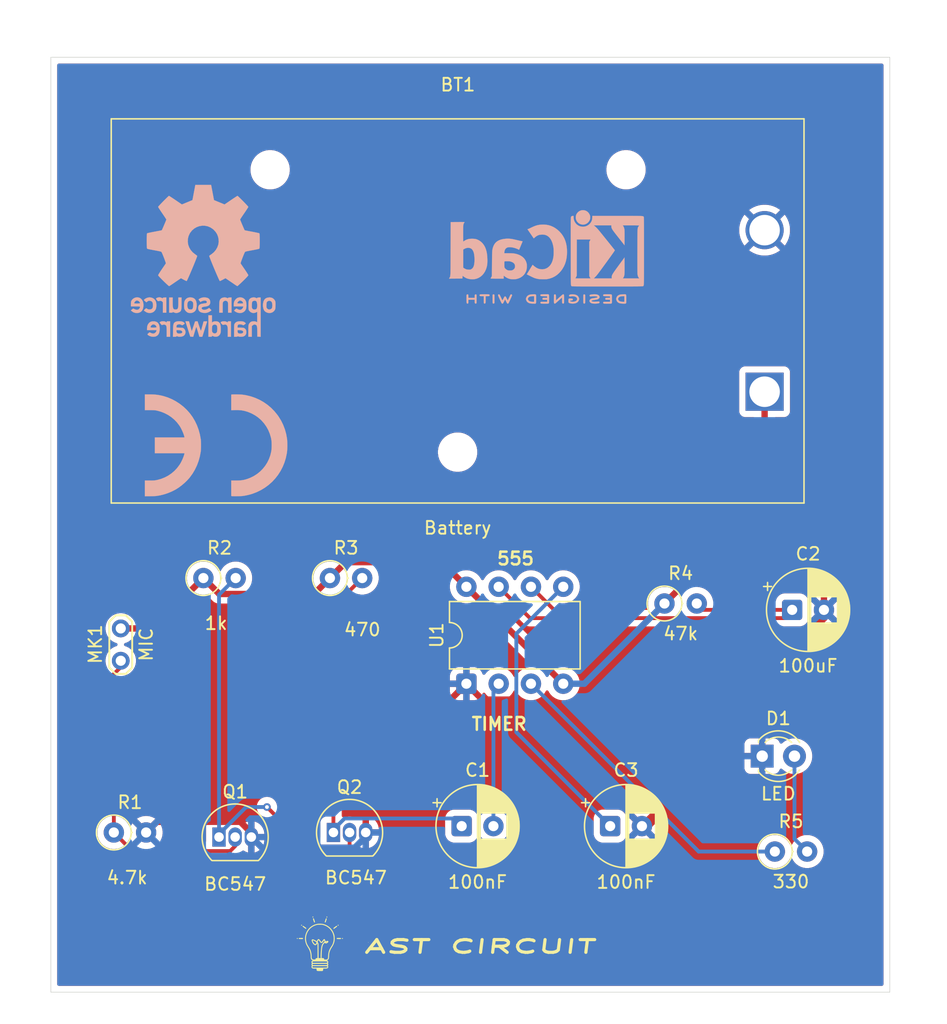
<source format=kicad_pcb>
(kicad_pcb (version 20241229) (generator "pcbnew") (generator_version "9.0")
  (layers (0 "F.Cu" signal) (2 "B.Cu" signal) (13 "F.Paste" user) (15 "B.Paste" user) (5 "F.SilkS" user "F.Silkscreen") (7 "B.SilkS" user "B.Silkscreen") (1 "F.Mask" user) (3 "B.Mask" user) (25 "Edge.Cuts" user))
  (net 0 "")
  (net 1 "GND")
  (net 2 "+9V")
  (net 3 "/Amplified_Pulse")
  (net 4 "/2nd Amplifiied Signal")
  (net 5 "/LED_on_time")
  (net 6 "/CV")
  (net 7 "/LED")
  (net 8 "/MIC_INPUT")
  (net 9 "/1st  Amplified signal")
  (net 10 "/Timar Output")
  (footprint "Resistor_THT:R_Axial_DIN0207_L6.3mm_D2.5mm_P2.54mm_Vertical" (layer "F.Cu") (at 156.6525 107.8475)
    (property "Reference" "R4" (at 1.27 -2.37 0) (layer "F.SilkS"))
    (property "Value" "47k" (at 1.27 2.37 0) (layer "F.SilkS"))
    (pad "1" thru_hole circle (at 0 0) (size 1.6 1.6) (drill 0.8) (layers "*.Cu" "*.Mask") (net 2 "+9V"))
    (pad "2" thru_hole circle (at 2.54 0) (size 1.6 1.6) (drill 0.8) (layers "*.Cu" "*.Mask") (net 5 "/LED_on_time"))
  )
  (footprint "LED_THT:LED_D3.0mm" (layer "F.Cu") (at 164.339879 119.8475)
    (property "Reference" "D1" (at 1.27 -2.96 0) (layer "F.SilkS"))
    (property "Value" "LED" (at 1.27 2.96 0) (layer "F.SilkS"))
    (pad "1" thru_hole rect (at 0 0) (size 1.8 1.8) (drill 0.9) (layers "*.Cu" "*.Mask") (net 1 "GND"))
    (pad "2" thru_hole circle (at 2.54 0) (size 1.8 1.8) (drill 0.9) (layers "*.Cu" "*.Mask") (net 7 "/LED"))
  )
  (footprint "Battery:BatteryHolder_Eagle_12BH611-GR" (layer "F.Cu") (at 164.529879 91.1975)
    (property "Reference" "BT1" (at -24.13 -24.13 0) (layer "F.SilkS"))
    (property "Value" "Battery" (at -24.15 10.706 0) (layer "F.SilkS"))
    (pad "" np_thru_hole circle (at -38.9 -17.45) (size 2.6 2.6) (drill 2.6) (layers "*.Cu" "*.Mask"))
    (pad "" np_thru_hole circle (at -24.15 4.75) (size 2.6 2.6) (drill 2.6) (layers "*.Cu" "*.Mask"))
    (pad "" np_thru_hole circle (at -10.9 -17.45) (size 2.6 2.6) (drill 2.6) (layers "*.Cu" "*.Mask"))
    (pad "1" thru_hole rect (at 0 0) (size 3 3) (drill 2.4) (layers "*.Cu" "*.Mask") (net 2 "+9V"))
    (pad "2" thru_hole circle (at 0 -12.7) (size 3 3) (drill 2.4) (layers "*.Cu" "*.Mask") (net 1 "GND"))
  )
  (footprint "Resistor_THT:R_Axial_DIN0207_L6.3mm_D2.5mm_P2.54mm_Vertical" (layer "F.Cu") (at 113.334879 125.8475)
    (property "Reference" "R1" (at 1.27 -2.37 0) (layer "F.SilkS"))
    (property "Value" "4.7k" (at 1.045 3.556 0) (layer "F.SilkS"))
    (pad "1" thru_hole circle (at 0 0) (size 1.6 1.6) (drill 0.8) (layers "*.Cu" "*.Mask") (net 8 "/MIC_INPUT"))
    (pad "2" thru_hole circle (at 2.54 0) (size 1.6 1.6) (drill 0.8) (layers "*.Cu" "*.Mask") (net 1 "GND"))
  )
  (footprint "Capacitor_THT:CP_Radial_D6.3mm_P2.50mm" (layer "F.Cu") (at 140.6975 125.3475)
    (property "Reference" "C1" (at 1.25 -4.4 0) (layer "F.SilkS"))
    (property "Value" "100nF" (at 1.25 4.4 0) (layer "F.SilkS"))
    (pad "1" thru_hole roundrect (at 0 0) (size 1.6 1.6) (drill 0.8) (layers "*.Cu" "*.Mask") (roundrect_rratio 0.15625) (net 3 "/Amplified_Pulse"))
    (pad "2" thru_hole circle (at 2.5 0) (size 1.6 1.6) (drill 0.8) (layers "*.Cu" "*.Mask") (net 4 "/2nd Amplifiied Signal"))
  )
  (footprint "LOGO" (layer "F.Cu") (at 129.879879 134.9035)
    (property "Reference" "G***" (hide yes))
    (property "Value" "LOGO" (hide yes))
  )
  (footprint "Resistor_THT:R_Axial_DIN0207_L6.3mm_D2.5mm_P2.54mm_Vertical" (layer "F.Cu") (at 165.334879 127.3475)
    (property "Reference" "R5" (at 1.27 -2.37 0) (layer "F.SilkS"))
    (property "Value" "330" (at 1.27 2.37 0) (layer "F.SilkS"))
    (pad "1" thru_hole circle (at 0 0) (size 1.6 1.6) (drill 0.8) (layers "*.Cu" "*.Mask") (net 10 "/Timar Output"))
    (pad "2" thru_hole circle (at 2.54 0) (size 1.6 1.6) (drill 0.8) (layers "*.Cu" "*.Mask") (net 7 "/LED"))
  )
  (footprint "TestPoint:TestPoint_2Pads_Pitch2.54mm_Drill0.8mm" (layer "F.Cu") (at 113.879879 112.3475 90)
    (property "Reference" "MK1" (at 1.3 -2 90) (layer "F.SilkS"))
    (property "Value" "MIC" (at 1.27 2 90) (layer "F.SilkS"))
    (pad "1" thru_hole circle (at 0 0 90) (size 1.4 1.4) (drill 0.8) (layers "*.Cu" "*.Mask") (net 8 "/MIC_INPUT"))
    (pad "2" thru_hole circle (at 2.54 0 90) (size 1.4 1.4) (drill 0.8) (layers "*.Cu" "*.Mask") (net 2 "+9V"))
  )
  (footprint "Capacitor_THT:CP_Radial_D6.3mm_P2.50mm" (layer "F.Cu") (at 166.6975 108.3475)
    (property "Reference" "C2" (at 1.25 -4.4 0) (layer "F.SilkS"))
    (property "Value" "100uF" (at 1.25 4.4 0) (layer "F.SilkS"))
    (pad "1" thru_hole roundrect (at 0 0) (size 1.6 1.6) (drill 0.8) (layers "*.Cu" "*.Mask") (roundrect_rratio 0.15625) (net 5 "/LED_on_time"))
    (pad "2" thru_hole circle (at 2.5 0) (size 1.6 1.6) (drill 0.8) (layers "*.Cu" "*.Mask") (net 1 "GND"))
  )
  (footprint "Resistor_THT:R_Axial_DIN0207_L6.3mm_D2.5mm_P2.54mm_Vertical" (layer "F.Cu") (at 120.379879 105.8475)
    (property "Reference" "R2" (at 1.27 -2.37 0) (layer "F.SilkS"))
    (property "Value" "1k" (at 1 3.556 0) (layer "F.SilkS"))
    (pad "1" thru_hole circle (at 0 0) (size 1.6 1.6) (drill 0.8) (layers "*.Cu" "*.Mask") (net 2 "+9V"))
    (pad "2" thru_hole circle (at 2.54 0) (size 1.6 1.6) (drill 0.8) (layers "*.Cu" "*.Mask") (net 9 "/1st  Amplified signal"))
  )
  (footprint "Resistor_THT:R_Axial_DIN0207_L6.3mm_D2.5mm_P2.54mm_Vertical" (layer "F.Cu") (at 130.334879 105.8475)
    (property "Reference" "R3" (at 1.27 -2.37 0) (layer "F.SilkS"))
    (property "Value" "470" (at 2.545 4.056 0) (layer "F.SilkS"))
    (pad "1" thru_hole circle (at 0 0) (size 1.6 1.6) (drill 0.8) (layers "*.Cu" "*.Mask") (net 2 "+9V"))
    (pad "2" thru_hole circle (at 2.54 0) (size 1.6 1.6) (drill 0.8) (layers "*.Cu" "*.Mask") (net 3 "/Amplified_Pulse"))
  )
  (footprint "Package_DIP:DIP-8_W7.62mm" (layer "F.Cu") (at 141.069879 114.1525 90)
    (property "Reference" "U1" (at 3.81 -2.33 90) (layer "F.SilkS"))
    (property "Value" "NE555P")
    (pad "1" thru_hole roundrect (at 0 0 90) (size 1.6 1.6) (drill 0.8) (layers "*.Cu" "*.Mask") (roundrect_rratio 0.15625) (net 1 "GND"))
    (pad "2" thru_hole circle (at 0 2.54 90) (size 1.6 1.6) (drill 0.8) (layers "*.Cu" "*.Mask") (net 4 "/2nd Amplifiied Signal"))
    (pad "3" thru_hole circle (at 0 5.08 90) (size 1.6 1.6) (drill 0.8) (layers "*.Cu" "*.Mask") (net 10 "/Timar Output"))
    (pad "4" thru_hole circle (at 0 7.62 90) (size 1.6 1.6) (drill 0.8) (layers "*.Cu" "*.Mask") (net 2 "+9V"))
    (pad "5" thru_hole circle (at 7.62 7.62 90) (size 1.6 1.6) (drill 0.8) (layers "*.Cu" "*.Mask") (net 6 "/CV"))
    (pad "6" thru_hole circle (at 7.62 5.08 90) (size 1.6 1.6) (drill 0.8) (layers "*.Cu" "*.Mask") (net 5 "/LED_on_time"))
    (pad "7" thru_hole circle (at 7.62 2.54 90) (size 1.6 1.6) (drill 0.8) (layers "*.Cu" "*.Mask") (net 5 "/LED_on_time"))
    (pad "8" thru_hole circle (at 7.62 0 90) (size 1.6 1.6) (drill 0.8) (layers "*.Cu" "*.Mask") (net 2 "+9V"))
  )
  (footprint "Package_TO_SOT_THT:TO-92_Inline" (layer "F.Cu") (at 121.609879 126.2075)
    (property "Reference" "Q1" (at 1.27 -3.56 0) (layer "F.SilkS"))
    (property "Value" "BC547" (at 1.27 3.696 0) (layer "F.SilkS"))
    (pad "1" thru_hole rect (at 0 0) (size 1.05 1.5) (drill 0.75) (layers "*.Cu" "*.Mask") (net 9 "/1st  Amplified signal"))
    (pad "2" thru_hole oval (at 1.27 0) (size 1.05 1.5) (drill 0.75) (layers "*.Cu" "*.Mask") (net 8 "/MIC_INPUT"))
    (pad "3" thru_hole oval (at 2.54 0) (size 1.05 1.5) (drill 0.75) (layers "*.Cu" "*.Mask") (net 1 "GND"))
  )
  (footprint "Package_TO_SOT_THT:TO-92_Inline" (layer "F.Cu") (at 130.609879 125.8475)
    (property "Reference" "Q2" (at 1.27 -3.56 0) (layer "F.SilkS"))
    (property "Value" "BC547" (at 1.77 3.556 0) (layer "F.SilkS"))
    (pad "1" thru_hole rect (at 0 0) (size 1.05 1.5) (drill 0.75) (layers "*.Cu" "*.Mask") (net 3 "/Amplified_Pulse"))
    (pad "2" thru_hole oval (at 1.27 0) (size 1.05 1.5) (drill 0.75) (layers "*.Cu" "*.Mask") (net 9 "/1st  Amplified signal"))
    (pad "3" thru_hole oval (at 2.54 0) (size 1.05 1.5) (drill 0.75) (layers "*.Cu" "*.Mask") (net 1 "GND"))
  )
  (footprint "Capacitor_THT:CP_Radial_D6.3mm_P2.50mm" (layer "F.Cu") (at 152.379879 125.3475)
    (property "Reference" "C3" (at 1.25 -4.4 0) (layer "F.SilkS"))
    (property "Value" "100nF" (at 1.25 4.4 0) (layer "F.SilkS"))
    (pad "1" thru_hole roundrect (at 0 0) (size 1.6 1.6) (drill 0.8) (layers "*.Cu" "*.Mask") (roundrect_rratio 0.15625) (net 6 "/CV"))
    (pad "2" thru_hole circle (at 2.5 0) (size 1.6 1.6) (drill 0.8) (layers "*.Cu" "*.Mask") (net 1 "GND"))
  )
  (footprint "Symbol:OSHW-Logo_11.4x12mm_SilkScreen" (layer "B.Cu") (at 120.379879 80.9035 180)
    (property "Reference" "REF**" (hide yes))
    (property "Value" "OSHW-Logo_11.4x12mm_SilkScreen" (hide yes))
  )
  (footprint "Symbol:CE-Logo_11.2x8mm_SilkScreen" (layer "B.Cu") (at 121.379879 95.4035 180)
    (property "Reference" "REF**" (hide yes))
    (property "Value" "CE-Logo_11.2x8mm_SilkScreen" (hide yes))
  )
  (footprint "Symbol:KiCad-Logo2_6mm_SilkScreen" (layer "B.Cu") (at 147.379879 79.9035 180)
    (property "Reference" "REF**" (hide yes))
    (property "Value" "KiCad-Logo2_6mm_SilkScreen" (hide yes))
  )
  (gr_rect (start 108.379879 64.9035) (end 174.379879 138.4035) (stroke (width 0.05)) (fill no) (layer "Edge.Cuts"))
  (gr_text "TIMER" (at 141.379879 117.9035 0) (layer "F.SilkS") (effects (font (size 1 1) (thickness 0.2) (bold yes)) (justify left bottom)))
  (gr_text "AST CIRCUIT" (at 132.879879 135.4035 0) (layer "F.SilkS") (effects (font (size 1 2) (thickness 0.25) (bold yes) (italic yes)) (justify left bottom)))
  (gr_text "555" (at 143.379879 104.9035 0) (layer "F.SilkS") (effects (font (size 1 1) (thickness 0.2) (bold yes)) (justify left bottom)))
  (segment (start 169.1975 108.3475) (end 169.1975 109.029879) (width 0.5) (layer "F.Cu") (net 1))
  (segment (start 133.149879 122.0725) (end 141.069879 114.1525) (width 0.5) (layer "F.Cu") (net 1))
  (segment (start 169.1975 109.029879) (end 164.339879 113.8875) (width 0.5) (layer "F.Cu") (net 1))
  (segment (start 144.935879 115.4035) (end 154.879879 125.3475) (width 0.5) (layer "F.Cu") (net 1))
  (segment (start 123.284151 125.0065) (end 124.149879 125.872228) (width 0.5) (layer "F.Cu") (net 1))
  (segment (start 164.529879 78.4975) (end 169.1975 83.165121) (width 0.5) (layer "F.Cu") (net 1))
  (segment (start 141.069879 114.1525) (end 142.320879 115.4035) (width 0.5) (layer "F.Cu") (net 1))
  (segment (start 155.379879 125.3475) (end 160.879879 119.8475) (width 0.5) (layer "F.Cu") (net 1))
  (segment (start 169.1975 83.165121) (end 169.1975 108.3475) (width 0.5) (layer "F.Cu") (net 1))
  (segment (start 160.879879 119.8475) (end 164.339879 119.8475) (width 0.5) (layer "F.Cu") (net 1))
  (segment (start 164.339879 113.8875) (end 164.339879 119.8475) (width 0.5) (layer "F.Cu") (net 1))
  (segment (start 124.149879 125.872228) (end 124.149879 126.2075) (width 0.5) (layer "F.Cu") (net 1))
  (segment (start 142.320879 115.4035) (end 144.935879 115.4035) (width 0.5) (layer "F.Cu") (net 1))
  (segment (start 115.874879 125.8475) (end 116.715879 125.0065) (width 0.5) (layer "F.Cu") (net 1))
  (segment (start 154.879879 125.3475) (end 155.379879 125.3475) (width 0.5) (layer "F.Cu") (net 1))
  (segment (start 133.149879 125.8475) (end 133.149879 122.0725) (width 0.5) (layer "F.Cu") (net 1))
  (segment (start 116.715879 125.0065) (end 123.284151 125.0065) (width 0.5) (layer "F.Cu") (net 1))
  (segment (start 133.149879 126.182772) (end 133.149879 125.8475) (width 0.5) (layer "B.Cu") (net 1))
  (segment (start 124.149879 126.2075) (end 124.990879 127.0485) (width 0.5) (layer "B.Cu") (net 1))
  (segment (start 124.990879 127.0485) (end 132.284151 127.0485) (width 0.5) (layer "B.Cu") (net 1))
  (segment (start 132.284151 127.0485) (end 133.149879 126.182772) (width 0.5) (layer "B.Cu") (net 1))
  (segment (start 139.133879 104.5965) (end 131.585879 104.5965) (width 0.5) (layer "F.Cu") (net 2))
  (segment (start 141.069879 106.5325) (end 139.133879 104.5965) (width 0.5) (layer "F.Cu") (net 2))
  (segment (start 116.419879 109.8075) (end 120.379879 105.8475) (width 0.5) (layer "F.Cu") (net 2))
  (segment (start 113.879879 109.8075) (end 116.419879 109.8075) (width 0.5) (layer "F.Cu") (net 2))
  (segment (start 164.529879 99.970121) (end 156.6525 107.8475) (width 0.5) (layer "F.Cu") (net 2))
  (segment (start 131.585879 104.5965) (end 130.334879 105.8475) (width 0.5) (layer "F.Cu") (net 2))
  (segment (start 164.529879 91.1975) (end 164.529879 99.970121) (width 0.5) (layer "F.Cu") (net 2))
  (segment (start 130.334879 105.8475) (end 129.083879 107.0985) (width 0.5) (layer "F.Cu") (net 2))
  (segment (start 129.083879 107.0985) (end 121.630879 107.0985) (width 0.5) (layer "F.Cu") (net 2))
  (segment (start 121.630879 107.0985) (end 120.379879 105.8475) (width 0.5) (layer "F.Cu") (net 2))
  (segment (start 148.689879 114.1525) (end 141.069879 106.5325) (width 0.5) (layer "F.Cu") (net 2))
  (segment (start 148.689879 114.1525) (end 150.3475 114.1525) (width 0.5) (layer "B.Cu") (net 2))
  (segment (start 150.3475 114.1525) (end 156.6525 107.8475) (width 0.5) (layer "B.Cu") (net 2))
  (segment (start 130.609879 125.8475) (end 130.609879 108.1125) (width 0.3) (layer "F.Cu") (net 3))
  (segment (start 130.609879 108.1125) (end 132.874879 105.8475) (width 0.3) (layer "F.Cu") (net 3))
  (segment (start 140.0965 124.7465) (end 140.6975 125.3475) (width 0.3) (layer "B.Cu") (net 3))
  (segment (start 130.609879 125.6225) (end 131.485879 124.7465) (width 0.3) (layer "B.Cu") (net 3))
  (segment (start 130.609879 125.8475) (end 130.609879 125.6225) (width 0.3) (layer "B.Cu") (net 3))
  (segment (start 131.485879 124.7465) (end 140.0965 124.7465) (width 0.3) (layer "B.Cu") (net 3))
  (segment (start 143.1975 114.564879) (end 143.609879 114.1525) (width 0.3) (layer "B.Cu") (net 4))
  (segment (start 143.1975 125.3475) (end 143.1975 114.564879) (width 0.3) (layer "B.Cu") (net 4))
  (segment (start 159.6925 108.3475) (end 159.1925 107.8475) (width 0.3) (layer "F.Cu") (net 5))
  (segment (start 166.0465 108.9985) (end 146.075879 108.9985) (width 0.3) (layer "F.Cu") (net 5))
  (segment (start 166.6975 108.3475) (end 166.0465 108.9985) (width 0.3) (layer "F.Cu") (net 5))
  (segment (start 166.0465 108.9985) (end 148.615879 108.9985) (width 0.3) (layer "F.Cu") (net 5))
  (segment (start 148.615879 108.9985) (end 146.149879 106.5325) (width 0.3) (layer "F.Cu") (net 5))
  (segment (start 146.075879 108.9985) (end 143.609879 106.5325) (width 0.3) (layer "F.Cu") (net 5))
  (segment (start 166.6975 108.3475) (end 159.6925 108.3475) (width 0.3) (layer "F.Cu") (net 5))
  (segment (start 144.998879 117.9665) (end 144.998879 110.2235) (width 0.3) (layer "B.Cu") (net 6))
  (segment (start 144.998879 110.2235) (end 148.689879 106.5325) (width 0.3) (layer "B.Cu") (net 6))
  (segment (start 152.379879 125.3475) (end 144.998879 117.9665) (width 0.3) (layer "B.Cu") (net 6))
  (segment (start 166.879879 119.8475) (end 166.879879 126.3525) (width 0.3) (layer "B.Cu") (net 7))
  (segment (start 166.879879 126.3525) (end 167.874879 127.3475) (width 0.3) (layer "B.Cu") (net 7))
  (segment (start 113.334879 125.8475) (end 114.795879 127.3085) (width 0.3) (layer "F.Cu") (net 8))
  (segment (start 113.879879 112.3475) (end 113.879879 112.8475) (width 0.3) (layer "F.Cu") (net 8))
  (segment (start 113.334879 113.3925) (end 113.334879 125.8475) (width 0.3) (layer "F.Cu") (net 8))
  (segment (start 122.485879 127.3085) (end 122.879879 126.9145) (width 0.3) (layer "F.Cu") (net 8))
  (segment (start 114.795879 127.3085) (end 122.485879 127.3085) (width 0.3) (layer "F.Cu") (net 8))
  (segment (start 113.879879 112.8475) (end 113.334879 113.3925) (width 0.3) (layer "F.Cu") (net 8))
  (segment (start 131.879879 126.8975) (end 131.879879 125.8475) (width 0.3) (layer "F.Cu") (net 9))
  (segment (start 122.919879 106.3075) (end 122.879879 106.3475) (width 0.3) (layer "F.Cu") (net 9))
  (segment (start 128.480879 126.9485) (end 131.828879 126.9485) (width 0.3) (layer "F.Cu") (net 9))
  (segment (start 125.379879 123.8475) (end 128.480879 126.9485) (width 0.3) (layer "F.Cu") (net 9))
  (segment (start 122.919879 105.8475) (end 122.919879 106.3075) (width 0.3) (layer "F.Cu") (net 9))
  (segment (start 131.828879 126.9485) (end 131.879879 126.8975) (width 0.3) (layer "F.Cu") (net 9))
  (via (at 125.379879 123.8475) (size 0.6) (drill 0.3) (layers "F.Cu" "B.Cu") (net 9))
  (segment (start 123.744879 123.8475) (end 125.379879 123.8475) (width 0.3) (layer "B.Cu") (net 9))
  (segment (start 121.609879 126.2075) (end 121.609879 107.1575) (width 0.3) (layer "B.Cu") (net 9))
  (segment (start 121.609879 125.9825) (end 123.744879 123.8475) (width 0.3) (layer "B.Cu") (net 9))
  (segment (start 121.609879 107.1575) (end 122.919879 105.8475) (width 0.3) (layer "B.Cu") (net 9))
  (segment (start 121.609879 126.2075) (end 121.609879 125.9825) (width 0.3) (layer "B.Cu") (net 9))
  (segment (start 165.334879 127.3475) (end 159.344879 127.3475) (width 0.3) (layer "B.Cu") (net 10))
  (segment (start 159.344879 127.3475) (end 146.149879 114.1525) (width 0.3) (layer "B.Cu") (net 10))
  (zone (net 1) (net_name "GND") (layers "F.Cu" "B.Cu") (connect_pads (clearance 0.5)) (min_thickness 0.25) (fill yes (thermal_gap 0.5) (thermal_bridge_width 0.5))
    (polygon (pts (xy 178.879879 61.4035) (xy 177.879879 60.4035) (xy 104.379879 60.4035) (xy 104.379879 139.9035) (xy 105.379879 140.9035) (xy 177.879879 140.9035) (xy 178.879879 139.9035)))
  )
)
</source>
